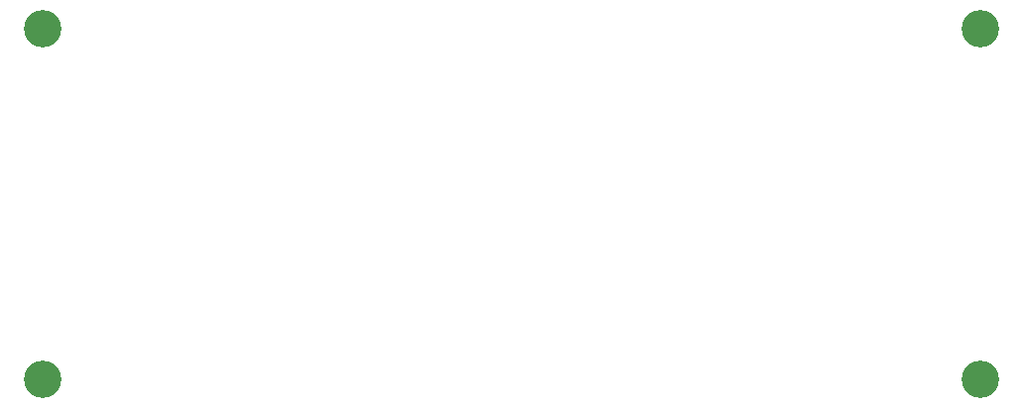
<source format=gbr>
%TF.GenerationSoftware,KiCad,Pcbnew,8.0.6*%
%TF.CreationDate,2025-01-20T16:15:30+00:00*%
%TF.ProjectId,custom_driver,63757374-6f6d-45f6-9472-697665722e6b,rev?*%
%TF.SameCoordinates,Original*%
%TF.FileFunction,NonPlated,1,2,NPTH,Drill*%
%TF.FilePolarity,Positive*%
%FSLAX46Y46*%
G04 Gerber Fmt 4.6, Leading zero omitted, Abs format (unit mm)*
G04 Created by KiCad (PCBNEW 8.0.6) date 2025-01-20 16:15:30*
%MOMM*%
%LPD*%
G01*
G04 APERTURE LIST*
%TA.AperFunction,ComponentDrill*%
%ADD10C,3.200000*%
%TD*%
G04 APERTURE END LIST*
D10*
%TO.C,H2*%
X100000000Y-68000000D03*
%TO.C,H1*%
X100000000Y-98000000D03*
%TO.C,H3*%
X180000000Y-68000000D03*
%TO.C,H4*%
X180000000Y-98000000D03*
M02*

</source>
